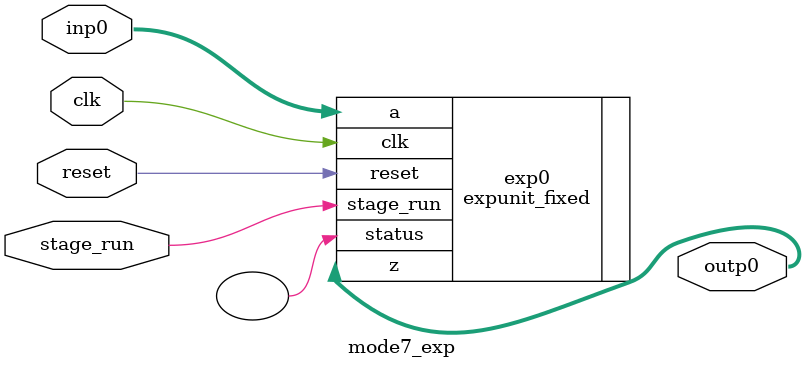
<source format=v>

`ifndef DEFINES_DONE
`define DEFINES_DONE
`define DATAWIDTH 32
`define NUM 1
`define ADDRSIZE 10
`define ADDRSIZE_FOR_TB 11
`endif



`timescale 1ns / 1ps

//fixed adder adds unsigned fixed numbers. Overflow flag is high in case of overflow
module softmax(
  inp,      //data in from memory to max block

  start_addr,   //the first address that contains input data in the on-chip memory
  end_addr,     //max address containing required data

  addr,          //address corresponding to data inp

  outp0,

  clk,
  reset,
  init,   //the signal indicating to latch the new start address
  done,   //done signal asserts when the softmax calculation is over
  start); //start signal for the overall softmax operation

  input clk;
  input reset;
  input start;
  input init;

  input  [`DATAWIDTH*`NUM-1:0] inp;
  input  [`ADDRSIZE-1:0]       end_addr;
  input  [`ADDRSIZE-1:0]       start_addr;

  output [`ADDRSIZE-1 :0] addr;

  output [`DATAWIDTH-1:0] outp0;
  output done;

  reg [`DATAWIDTH*`NUM-1:0] inp_reg;
  reg [`ADDRSIZE-1:0] addr;
  reg [`DATAWIDTH*`NUM-1:0] sub0_inp_reg;
  reg [`DATAWIDTH*`NUM-1:0] sub1_inp_reg;
  reg [`ADDRSIZE-1:0] sub0_inp_addr;
  reg [`ADDRSIZE-1:0] sub1_inp_addr;

  ///-------internal buffers--------//
  reg [`DATAWIDTH*`NUM-1:0] buffer[(1<<`ADDRSIZE):0];
  wire  [`DATAWIDTH*`NUM-1:0] sub0_inp;
  wire  [`DATAWIDTH*`NUM-1:0] sub1_inp;
  ///-----read logic for internal buffers-----//
  assign sub0_inp = buffer[sub0_inp_addr]; 
  assign sub1_inp = buffer[sub1_inp_addr]; 

  ////-----------control signals--------------////
  reg mode1_start;
  reg mode1_run;
  reg mode2_start;
  reg mode2_run;

  reg mode3_stage_run;
  reg mode7_stage_run;

  reg mode3_run;
  reg mode3_run_a;
  reg mode3_stage_run_a;

  wire mode1_stage0_run;
  assign mode1_stage0_run = mode1_run;

  reg mode4_stage0_run;

  reg mode5_run;
  reg mode6_run;
  reg mode7_run;
  reg presub_start;
  reg presub_run;
  reg done;

  always @(posedge clk)begin
    mode3_run_a <= mode3_run;
    mode3_stage_run_a <= mode3_stage_run;
  end

  always @(posedge clk)
  begin
    if(reset) begin
      inp_reg <= 0;
      addr <= 0;
      sub0_inp_addr <= 0;
      sub1_inp_addr <= 0;
      sub0_inp_reg <= 0;
      sub1_inp_reg <= 0;
      mode1_start <= 0;
      mode1_run <= 0;

      mode3_stage_run <= 0;
      mode7_stage_run <= 0;
      mode2_start <= 0;
      mode2_run <= 0;
      mode3_run <= 0;
      mode4_stage0_run <= 0;
      mode5_run <= 0;
      mode6_run <= 0;
      mode7_run <= 0;
      presub_start <= 0;
      presub_run <= 0;
      done <= 0;
    end

    //init latch the input address
    if(init) begin
      addr <= start_addr;
    end

    //start the mode1 max calculation
    if(start)begin
      mode1_start <= 1;
    end

    //logic when to finish mode1 and trigger mode2 to latch the mode2 address
    if(~reset && mode1_start && addr < end_addr) begin
      addr <= addr + 1;
      inp_reg <= inp;
    //store inputs into buffer
    buffer[addr] <= inp;
      mode1_run <= 1;
      if(addr == end_addr - 1) begin
        mode2_start <= 1;
        sub0_inp_addr <= start_addr;
      end
    end else if(addr == end_addr)begin
      addr <= 0;
      mode1_run <= 0;
      mode1_start <= 0;
    end else begin
      mode1_run <= 0;
    end


    //logic when to finish mode2
    if(~reset && mode2_start && sub0_inp_addr < end_addr)begin
      sub0_inp_addr <= sub0_inp_addr + 1;
      sub0_inp_reg <= sub0_inp;
      mode2_run <= 1;
    end else if(sub0_inp_addr == end_addr)begin
      sub0_inp_addr <= 0;
      sub0_inp_reg <= 0;
      mode2_run <= 0;
      mode2_start <= 0;
    end

    //logic when to trigger mode3
    if(mode2_run == 1) begin
      mode3_stage_run <= 1;
    end else begin
      mode3_stage_run <= 0;
    end

    if(mode3_stage_run == 1) begin
      mode3_run <= 1;
    end else begin
      mode3_run <= 0;
    end

    //logic when to trigger mode4 last stage adderTree, since the final results of adderTree
    //is always ready 1 cycle after mode3 finishes, so there is no need on extra
    //logic to control the adderTree outputs
    if (mode3_run == 1) begin
      mode4_stage0_run <= 1;
    end else begin
      mode4_stage0_run <= 0;
    end

    //mode5 should be triggered right at the falling edge of mode4_stage1_run
    if(mode3_run_a & ~mode3_run) begin
      mode5_run <= 1;
    end else if(mode3_run == 0) begin
      mode5_run <= 0;
    end

    if (mode3_stage_run_a & ~mode3_stage_run) begin
      presub_start <= 1;
      sub1_inp_addr <= start_addr;
      sub1_inp_reg <= sub1_inp;
    end

    if(~reset && presub_start && sub1_inp_addr < end_addr)begin
      sub1_inp_addr <= sub1_inp_addr + 1;
      sub1_inp_reg <= sub1_inp;
      presub_run <= 1;
    end else if(sub1_inp_addr == end_addr) begin
      presub_run <= 0;
      presub_start <= 0;
      sub1_inp_addr <= 0;
      sub1_inp_reg <= 0;
    end

    if(presub_run) begin
      mode6_run <= 1;
    end else begin
      mode6_run <= 0;
    end

    if(mode6_run == 1) begin
      mode7_stage_run <= 1;
    end else begin
      mode7_stage_run <= 0;
    end

    if(mode7_stage_run == 1) begin
      mode7_run <= 1;
    end else begin
      mode7_run <= 0;
    end

    if(mode7_run) begin
      done <= 1;
    end else begin
      done <= 0;
    end

  end

  ////------mode1 max block---------///////
  wire [`DATAWIDTH-1:0] max_outp;

  mode1_max_tree mode1_max(
      .inp0(inp_reg[`DATAWIDTH*1-1:`DATAWIDTH*0]),
      .mode1_stage0_run(mode1_stage0_run),
      .clk(clk),
      .reset(reset),
      .outp(max_outp));

  ////------mode2 subtraction---------///////
  wire [`DATAWIDTH-1:0] mode2_outp_sub0;
  mode2_sub mode2_sub(
      .a_inp0(sub0_inp_reg[`DATAWIDTH*1-1:`DATAWIDTH*0]),
      .outp0(mode2_outp_sub0),
      .b_inp(max_outp));

  reg [`DATAWIDTH-1:0] mode2_outp_sub0_reg;
  always @(posedge clk) begin
    if (reset) begin
      mode2_outp_sub0_reg <= 0;
    end else if (mode2_run) begin
      mode2_outp_sub0_reg <= mode2_outp_sub0;
    end
  end

  ////------mode3 exponential---------///////
  wire [`DATAWIDTH-1:0] mode3_outp_exp0;
  mode3_exp mode3_exp(
      .inp0(mode2_outp_sub0_reg),

      .clk(clk),
      .reset(reset),
      .stage_run(mode3_stage_run),

      .outp0(mode3_outp_exp0)
  );

  reg [`DATAWIDTH-1:0] mode3_outp_exp0_reg;
  always @(posedge clk) begin
    if (reset) begin
      mode3_outp_exp0_reg <= 0;
    end else if (mode3_run) begin
      mode3_outp_exp0_reg <= mode3_outp_exp0;
    end
  end

  //////------mode4 pipelined adder tree---------///////
  wire [`DATAWIDTH-1:0] mode4_adder_tree_outp;
  mode4_adder_tree mode4_adder_tree(
    .inp0(mode3_outp_exp0_reg),
    .mode4_stage0_run(mode4_stage0_run),

    .clk(clk),
    .reset(reset),
    .outp(mode4_adder_tree_outp)
  );


  //////------mode5 log---------///////
  wire [`DATAWIDTH-1:0] mode5_outp_log;
  reg  [`DATAWIDTH-1:0] mode5_outp_log_reg;
  mode5_ln mode5_ln(.inp(mode4_adder_tree_outp), .outp(mode5_outp_log));

  always @(posedge clk) begin
    if(reset) begin
      mode5_outp_log_reg <= 0;
    end else if(mode5_run) begin
      mode5_outp_log_reg <= mode5_outp_log;
    end
  end

  //////------mode6 pre-sub---------///////
  wire [`DATAWIDTH-1:0] mode6_outp_presub0;
  reg [`DATAWIDTH-1:0] mode6_outp_presub0_reg;

  mode6_sub pre_sub(
      .a_inp0(sub1_inp_reg[`DATAWIDTH*1-1:`DATAWIDTH*0]),
      .b_inp(max_outp),
      .outp0(mode6_outp_presub0)
  );
  always @(posedge clk) begin
    if (reset) begin
      mode6_outp_presub0_reg <= 0;
    end else if (presub_run) begin
      mode6_outp_presub0_reg <= mode6_outp_presub0;
    end
  end

  //////------mode6 logsub ---------///////
  wire [`DATAWIDTH-1:0] mode6_outp_logsub0;
  reg [`DATAWIDTH-1:0] mode6_outp_logsub0_reg;

  mode6_sub log_sub(
      .a_inp0(mode6_outp_presub0_reg),
      .b_inp(mode5_outp_log_reg),
      .outp0(mode6_outp_logsub0)
  );
  always @(posedge clk) begin
    if (reset) begin
      mode6_outp_logsub0_reg <= 0;
    end else if (mode6_run) begin
      mode6_outp_logsub0_reg <= mode6_outp_logsub0;
    end
  end

  //////------mode7 exp---------///////
  wire [`DATAWIDTH-1:0] outp0_temp;
  reg [`DATAWIDTH-1:0] outp0;

  mode7_exp mode7_exp(
      .inp0(mode6_outp_logsub0_reg),

      .clk(clk),
      .reset(reset),
      .stage_run(mode7_stage_run),

      .outp0(outp0_temp)
  );
  always @(posedge clk) begin
    if (reset) begin
      outp0 <= 0;
    end else if (mode7_run) begin
      outp0 <= outp0_temp;
    end
  end

endmodule


module mode1_max_tree(
  inp0, 

  outp,

  mode1_stage0_run,
  clk,
  reset
);
  input clk;
  input reset;
  input mode1_stage0_run;

  input  [`DATAWIDTH-1 : 0] inp0; 

  output [`DATAWIDTH-1 : 0] outp;
  reg    [`DATAWIDTH-1 : 0] outp;

  wire   [`DATAWIDTH-1 : 0] cmp0_out_stage0;

  always @(posedge clk) begin
    if (reset) begin
      outp <= 0;
    end

    if(~reset && mode1_stage0_run) begin
      outp <= cmp0_out_stage0;
    end

  end

wire cmp0_out_stage0_ge_gt;
assign cmp0_out_stage0 = (cmp0_out_stage0_ge_gt==1'b1) ? outp : inp0;
DW01_cmp2 #(`DATAWIDTH) cmp0_stage0(.A(outp),       .B(inp0),   .LEQ(1'b0),   .TC(1'b1), .LT_LE(), .GE_GT(cmp0_out_stage0_ge_gt));

endmodule


module mode2_sub(
  a_inp0,
  b_inp,
  outp0
);

  input  [`DATAWIDTH-1 : 0] a_inp0;
  input  [`DATAWIDTH-1 : 0] b_inp;
  output  [`DATAWIDTH-1 : 0] outp0;
  DW01_sub #(`DATAWIDTH) sub0(.A(a_inp0), .B(b_inp), .CI(1'b0), .DIFF(outp0), .CO());
endmodule


module mode3_exp(
  inp0, 

  clk,
  reset,
  stage_run,

  outp0
);

  input  [`DATAWIDTH-1 : 0] inp0;

  input  clk;
  input  reset;
  input  stage_run;

  output  [`DATAWIDTH-1 : 0] outp0;
  expunit_fixed exp0(.a(inp0), .z(outp0), .status(), .stage_run(stage_run), .clk(clk), .reset(reset));
endmodule


module mode4_adder_tree(
  inp0, 
  mode4_stage0_run,

  clk,
  reset,
  outp
);

  input clk;
  input reset;
  input  [`DATAWIDTH-1 : 0] inp0; 
  output [`DATAWIDTH-1 : 0] outp;
  input mode4_stage0_run;

  wire   [`DATAWIDTH-1 : 0] add0_out_stage0;
  reg    [`DATAWIDTH-1 : 0] outp;

  always @(posedge clk) begin
    if (reset) begin
      outp <= 0;
    end

    if(~reset && mode4_stage0_run) begin
      outp <= add0_out_stage0;
    end

  end
  DW01_add #(`DATAWIDTH) add0_stage0(.A(outp),       .B(inp0),     .CI(1'b0),  .SUM(add0_out_stage0), .CO());

endmodule


module mode5_ln(
inp,
outp
);
  input  [`DATAWIDTH-1 : 0] inp;
  output [`DATAWIDTH-1 : 0] outp;
  logunit_fixed ln(.a(inp), .z(outp), .status());
endmodule


module mode6_sub(
  a_inp0,
  b_inp,
  outp0
);

  input  [`DATAWIDTH-1 : 0] a_inp0;
  input  [`DATAWIDTH-1 : 0] b_inp;
  output  [`DATAWIDTH-1 : 0] outp0;
  DW01_sub #(`DATAWIDTH) sub0(.A(a_inp0), .B(b_inp), .CI(1'b0), .DIFF(outp0), .CO());
endmodule


module mode7_exp(
  inp0, 

  clk,
  reset,
  stage_run,

  outp0
);

  input  [`DATAWIDTH-1 : 0] inp0;

  input  clk;
  input  reset;
  input  stage_run;

  output  [`DATAWIDTH-1 : 0] outp0;
  expunit_fixed exp0(.a(inp0), .z(outp0), .status(), .stage_run(stage_run), .clk(clk), .reset(reset));
endmodule


</source>
